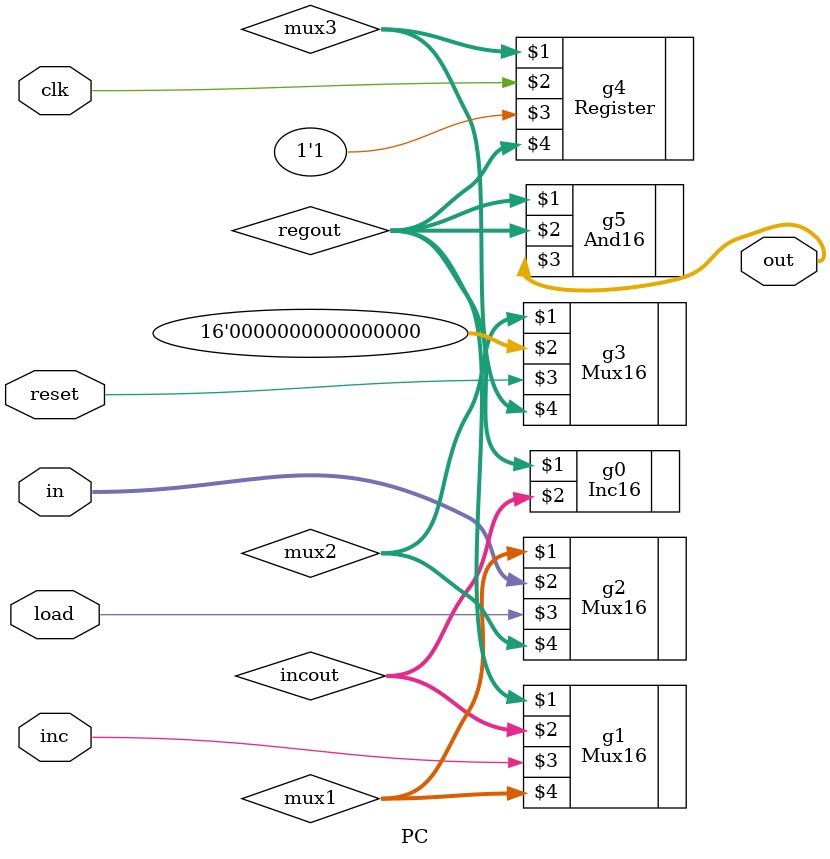
<source format=v>
`include "RAM.v"

module PC (in, clk, load, inc, reset, out);
    input [15:0] in;
    input clk, load, inc, reset;
    output [15:0] out;
    wire [15:0] incout, mux1, mux2, mux3, regout;

    Inc16    g0(regout, incout);
    Mux16    g1(regout, incout, inc, mux1);
    Mux16    g2(mux1, in, load, mux2);
    Mux16    g3(mux2, 16'h0, reset, mux3);
    Register g4(mux3, clk, 1'h1, regout);
    And16    g5(regout, regout, out);
endmodule
</source>
